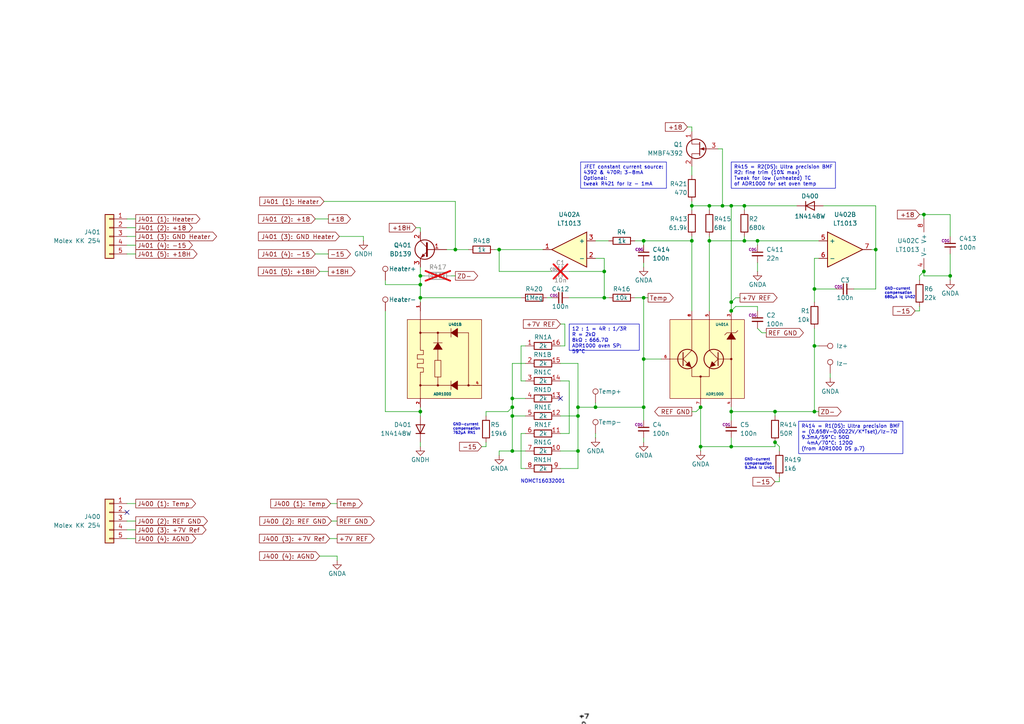
<source format=kicad_sch>
(kicad_sch (version 20231120) (generator "eeschema") (generator_version "8.0")
  (paper "A4")
  (lib_symbols
    (symbol "Connector:TestPoint" (pin_numbers hide) (pin_names (offset 0.762) hide)
      (property "Reference" "TP" (at 0 6.858 0))
      (property "Value" "TestPoint" (at 0 5.08 0))
      (symbol "TestPoint_1_1"
        (pin passive line (at 0 0 90) (length 2.54) (name "1") (number "1"))
      )
    )
    (symbol "Connector_Generic:Conn_01x05" (pin_names (offset 1.016) hide)
      (property "Reference" "J" (at 0 7.62 0))
      (property "Value" "Conn_01x05" (at 0 -7.62 0))
      (symbol "Conn_01x05_1_1"
        (pin passive line (at -5.08 5.08 0) (length 3.81) (name "Pin_1") (number "1"))
        (pin passive line (at -5.08 2.54 0) (length 3.81) (name "Pin_2") (number "2"))
        (pin passive line (at -5.08 0 0) (length 3.81) (name "Pin_3") (number "3"))
        (pin passive line (at -5.08 -2.54 0) (length 3.81) (name "Pin_4") (number "4"))
        (pin passive line (at -5.08 -5.08 0) (length 3.81) (name "Pin_5") (number "5"))
      )
    )
    (symbol "Device:C_Small" (pin_numbers hide) (pin_names (offset 0.254) hide)
      (property "Reference" "C" (at 0.254 1.778 0))
      (property "Value" "C_Small" (at 0.254 -2.032 0))
      (symbol "C_Small_1_1"
        (pin passive line (at 0 2.54 270) (length 2.032) (name "~") (number "1"))
        (pin passive line (at 0 -2.54 90) (length 2.032) (name "~") (number "2"))
      )
    )
    (symbol "Device:Opamp_Dual"
      (property "Reference" "U" (at 0 5.08 0))
      (property "Value" "Opamp_Dual" (at 0 -5.08 0))
      (symbol "Opamp_Dual_1_1"
        (pin output line (at 7.62 0 180) (length 2.54) (name "~") (number "1"))
        (pin input line (at -7.62 -2.54 0) (length 2.54) (name "-") (number "2"))
        (pin input line (at -7.62 2.54 0) (length 2.54) (name "+") (number "3"))
      )
      (symbol "Opamp_Dual_2_1"
        (pin input line (at -7.62 2.54 0) (length 2.54) (name "+") (number "5"))
        (pin input line (at -7.62 -2.54 0) (length 2.54) (name "-") (number "6"))
        (pin output line (at 7.62 0 180) (length 2.54) (name "~") (number "7"))
      )
      (symbol "Opamp_Dual_3_1"
        (pin power_in line (at -2.54 -7.62 90) (length 3.81) (name "V-") (number "4"))
        (pin power_in line (at -2.54 7.62 270) (length 3.81) (name "V+") (number "8"))
      )
    )
    (symbol "Device:Q_NPN_BCE" (pin_names (offset 0) hide)
      (property "Reference" "Q" (at 5.08 1.27 0))
      (property "Value" "Q_NPN_BCE" (at 5.08 -1.27 0))
      (symbol "Q_NPN_BCE_1_1"
        (pin input line (at -5.08 0 0) (length 5.715) (name "B") (number "1"))
        (pin passive line (at 2.54 5.08 270) (length 2.54) (name "C") (number "2"))
        (pin passive line (at 2.54 -5.08 90) (length 2.54) (name "E") (number "3"))
      )
    )
    (symbol "Device:R" (pin_numbers hide) (pin_names (offset 0))
      (property "Reference" "R" (at 2.032 0 90))
      (property "Value" "R" (at 0 0 90))
      (symbol "R_1_1"
        (pin passive line (at 0 3.81 270) (length 1.27) (name "~") (number "1"))
        (pin passive line (at 0 -3.81 90) (length 1.27) (name "~") (number "2"))
      )
    )
    (symbol "Device:R_Pack08_Split" (pin_names (offset 0) hide)
      (property "Reference" "RN1" (at 2.54 2.54 90))
      (property "Value" "1k" (at 0 1.27 90))
      (symbol "R_Pack08_Split_1_1"
        (pin passive line (at 0 -5.08 90) (length 2.54) (name "R1.1") (number "1"))
        (pin passive line (at 0 5.08 270) (length 2.54) (name "R1.2") (number "16"))
      )
      (symbol "R_Pack08_Split_2_1"
        (pin passive line (at 0 5.08 270) (length 2.54) (name "R2.2") (number "15"))
        (pin passive line (at 0 -5.08 90) (length 2.54) (name "R2.1") (number "2"))
      )
      (symbol "R_Pack08_Split_3_1"
        (pin passive line (at 0 5.08 270) (length 2.54) (name "R3.2") (number "14"))
        (pin passive line (at 0 -5.08 90) (length 2.54) (name "R3.1") (number "3"))
      )
      (symbol "R_Pack08_Split_4_1"
        (pin passive line (at 0 5.08 270) (length 2.54) (name "R4.2") (number "13"))
        (pin passive line (at 0 -5.08 90) (length 2.54) (name "R4.1") (number "4"))
      )
      (symbol "R_Pack08_Split_5_1"
        (pin passive line (at 0 5.08 270) (length 2.54) (name "R5.2") (number "12"))
        (pin passive line (at 0 -5.08 90) (length 2.54) (name "R5.1") (number "5"))
      )
      (symbol "R_Pack08_Split_6_1"
        (pin passive line (at 0 5.08 270) (length 2.54) (name "R6.2") (number "11"))
        (pin passive line (at 0 -5.08 90) (length 2.54) (name "R6.1") (number "6"))
      )
      (symbol "R_Pack08_Split_7_1"
        (pin passive line (at 0 5.08 270) (length 2.54) (name "R7.2") (number "10"))
        (pin passive line (at 0 -5.08 90) (length 2.54) (name "R7.1") (number "7"))
      )
      (symbol "R_Pack08_Split_8_1"
        (pin passive line (at 0 -5.08 90) (length 2.54) (name "R8.1") (number "8"))
        (pin passive line (at 0 5.08 270) (length 2.54) (name "R8.2") (number "9"))
      )
    )
    (symbol "Diode:1N4148W" (pin_numbers hide) (pin_names hide)
      (property "Reference" "D" (at 0 2.54 0))
      (property "Value" "1N4148W" (at 0 -2.54 0))
      (symbol "1N4148W_1_1"
        (pin passive line (at -3.81 0 0) (length 2.54) (name "K") (number "1"))
        (pin passive line (at 3.81 0 180) (length 2.54) (name "A") (number "2"))
      )
    )
    (symbol "LTZ1000A_1" (pin_names (offset 0))
      (property "Reference" "U1" (at 1.778 10.033 0))
      (property "Value" "LTZ1000A" (at -1.143 -10.287 0))
      (symbol "LTZ1000A_1_1_1"
        (pin input line (at 6.35 13.97 270) (length 2.54) (name "~") (number "3"))
        (pin input line (at 6.35 -13.97 90) (length 2.54) (name "~") (number "4"))
        (pin input line (at 0 13.97 270) (length 2.54) (name "~") (number "5"))
        (pin input line (at -13.97 0 0) (length 2.54) (name "~") (number "6"))
        (pin input line (at -2.54 -13.97 90) (length 2.54) (name "~") (number "7"))
        (pin input line (at -5.08 13.97 270) (length 2.54) (name "~") (number "8"))
      )
      (symbol "LTZ1000A_1_2_1"
        (pin input line (at -6.35 16.51 270) (length 2.54) (name "~") (number "1"))
        (pin input line (at -6.35 -13.97 90) (length 2.54) (name "~") (number "2"))
        (pin free line (at 11.43 -7.62 180) (length 2.54) (name "~") (number "4"))
      )
    )
    (symbol "LTZ1000A_2" (pin_names (offset 0))
      (property "Reference" "U1" (at 1.778 10.033 0))
      (property "Value" "LTZ1000A" (at -1.143 -10.287 0))
      (symbol "LTZ1000A_2_1_1"
        (pin input line (at 6.35 13.97 270) (length 2.54) (name "~") (number "3"))
        (pin input line (at 6.35 -13.97 90) (length 2.54) (name "~") (number "4"))
        (pin input line (at 0 13.97 270) (length 2.54) (name "~") (number "5"))
        (pin input line (at -13.97 0 0) (length 2.54) (name "~") (number "6"))
        (pin input line (at -2.54 -13.97 90) (length 2.54) (name "~") (number "7"))
        (pin input line (at -5.08 13.97 270) (length 2.54) (name "~") (number "8"))
      )
      (symbol "LTZ1000A_2_2_1"
        (pin input line (at -6.35 16.51 270) (length 2.54) (name "~") (number "1"))
        (pin input line (at -6.35 -13.97 90) (length 2.54) (name "~") (number "2"))
        (pin free line (at 11.43 -7.62 180) (length 2.54) (name "~") (number "4"))
      )
    )
    (symbol "R_Pack08_Split_1" (pin_names (offset 0) hide)
      (property "Reference" "RN1" (at 2.54 2.54 90))
      (property "Value" "1k" (at 0 1.27 90))
      (symbol "R_Pack08_Split_1_1_1"
        (pin passive line (at 0 -5.08 90) (length 2.54) (name "R1.1") (number "1"))
        (pin passive line (at 0 5.08 270) (length 2.54) (name "R1.2") (number "16"))
      )
      (symbol "R_Pack08_Split_1_2_1"
        (pin passive line (at 0 5.08 270) (length 2.54) (name "R2.2") (number "15"))
        (pin passive line (at 0 -5.08 90) (length 2.54) (name "R2.1") (number "2"))
      )
      (symbol "R_Pack08_Split_1_3_1"
        (pin passive line (at 0 5.08 270) (length 2.54) (name "R3.2") (number "14"))
        (pin passive line (at 0 -5.08 90) (length 2.54) (name "R3.1") (number "3"))
      )
      (symbol "R_Pack08_Split_1_4_1"
        (pin passive line (at 0 5.08 270) (length 2.54) (name "R4.2") (number "13"))
        (pin passive line (at 0 -5.08 90) (length 2.54) (name "R4.1") (number "4"))
      )
      (symbol "R_Pack08_Split_1_5_1"
        (pin passive line (at 0 5.08 270) (length 2.54) (name "R5.2") (number "12"))
        (pin passive line (at 0 -5.08 90) (length 2.54) (name "R5.1") (number "5"))
      )
      (symbol "R_Pack08_Split_1_6_1"
        (pin passive line (at 0 5.08 270) (length 2.54) (name "R6.2") (number "11"))
        (pin passive line (at 0 -5.08 90) (length 2.54) (name "R6.1") (number "6"))
      )
      (symbol "R_Pack08_Split_1_7_1"
        (pin passive line (at 0 5.08 270) (length 2.54) (name "R7.2") (number "10"))
        (pin passive line (at 0 -5.08 90) (length 2.54) (name "R7.1") (number "7"))
      )
      (symbol "R_Pack08_Split_1_8_1"
        (pin passive line (at 0 -5.08 90) (length 2.54) (name "R8.1") (number "8"))
        (pin passive line (at 0 5.08 270) (length 2.54) (name "R8.2") (number "9"))
      )
    )
    (symbol "R_Pack08_Split_2" (pin_names (offset 0) hide)
      (property "Reference" "RN1" (at 2.54 2.54 90))
      (property "Value" "1k" (at 0 1.27 90))
      (symbol "R_Pack08_Split_2_1_1"
        (pin passive line (at 0 -5.08 90) (length 2.54) (name "R1.1") (number "1"))
        (pin passive line (at 0 5.08 270) (length 2.54) (name "R1.2") (number "16"))
      )
      (symbol "R_Pack08_Split_2_2_1"
        (pin passive line (at 0 5.08 270) (length 2.54) (name "R2.2") (number "15"))
        (pin passive line (at 0 -5.08 90) (length 2.54) (name "R2.1") (number "2"))
      )
      (symbol "R_Pack08_Split_2_3_1"
        (pin passive line (at 0 5.08 270) (length 2.54) (name "R3.2") (number "14"))
        (pin passive line (at 0 -5.08 90) (length 2.54) (name "R3.1") (number "3"))
      )
      (symbol "R_Pack08_Split_2_4_1"
        (pin passive line (at 0 5.08 270) (length 2.54) (name "R4.2") (number "13"))
        (pin passive line (at 0 -5.08 90) (length 2.54) (name "R4.1") (number "4"))
      )
      (symbol "R_Pack08_Split_2_5_1"
        (pin passive line (at 0 5.08 270) (length 2.54) (name "R5.2") (number "12"))
        (pin passive line (at 0 -5.08 90) (length 2.54) (name "R5.1") (number "5"))
      )
      (symbol "R_Pack08_Split_2_6_1"
        (pin passive line (at 0 5.08 270) (length 2.54) (name "R6.2") (number "11"))
        (pin passive line (at 0 -5.08 90) (length 2.54) (name "R6.1") (number "6"))
      )
      (symbol "R_Pack08_Split_2_7_1"
        (pin passive line (at 0 5.08 270) (length 2.54) (name "R7.2") (number "10"))
        (pin passive line (at 0 -5.08 90) (length 2.54) (name "R7.1") (number "7"))
      )
      (symbol "R_Pack08_Split_2_8_1"
        (pin passive line (at 0 -5.08 90) (length 2.54) (name "R8.1") (number "8"))
        (pin passive line (at 0 5.08 270) (length 2.54) (name "R8.2") (number "9"))
      )
    )
    (symbol "R_Pack08_Split_3" (pin_names (offset 0) hide)
      (property "Reference" "RN1" (at 2.54 2.54 90))
      (property "Value" "1k" (at 0 1.27 90))
      (symbol "R_Pack08_Split_3_1_1"
        (pin passive line (at 0 -5.08 90) (length 2.54) (name "R1.1") (number "1"))
        (pin passive line (at 0 5.08 270) (length 2.54) (name "R1.2") (number "16"))
      )
      (symbol "R_Pack08_Split_3_2_1"
        (pin passive line (at 0 5.08 270) (length 2.54) (name "R2.2") (number "15"))
        (pin passive line (at 0 -5.08 90) (length 2.54) (name "R2.1") (number "2"))
      )
      (symbol "R_Pack08_Split_3_3_1"
        (pin passive line (at 0 5.08 270) (length 2.54) (name "R3.2") (number "14"))
        (pin passive line (at 0 -5.08 90) (length 2.54) (name "R3.1") (number "3"))
      )
      (symbol "R_Pack08_Split_3_4_1"
        (pin passive line (at 0 5.08 270) (length 2.54) (name "R4.2") (number "13"))
        (pin passive line (at 0 -5.08 90) (length 2.54) (name "R4.1") (number "4"))
      )
      (symbol "R_Pack08_Split_3_5_1"
        (pin passive line (at 0 5.08 270) (length 2.54) (name "R5.2") (number "12"))
        (pin passive line (at 0 -5.08 90) (length 2.54) (name "R5.1") (number "5"))
      )
      (symbol "R_Pack08_Split_3_6_1"
        (pin passive line (at 0 5.08 270) (length 2.54) (name "R6.2") (number "11"))
        (pin passive line (at 0 -5.08 90) (length 2.54) (name "R6.1") (number "6"))
      )
      (symbol "R_Pack08_Split_3_7_1"
        (pin passive line (at 0 5.08 270) (length 2.54) (name "R7.2") (number "10"))
        (pin passive line (at 0 -5.08 90) (length 2.54) (name "R7.1") (number "7"))
      )
      (symbol "R_Pack08_Split_3_8_1"
        (pin passive line (at 0 -5.08 90) (length 2.54) (name "R8.1") (number "8"))
        (pin passive line (at 0 5.08 270) (length 2.54) (name "R8.2") (number "9"))
      )
    )
    (symbol "R_Pack08_Split_4" (pin_names (offset 0) hide)
      (property "Reference" "RN1" (at 2.54 2.54 90))
      (property "Value" "1k" (at 0 1.27 90))
      (symbol "R_Pack08_Split_4_1_1"
        (pin passive line (at 0 -5.08 90) (length 2.54) (name "R1.1") (number "1"))
        (pin passive line (at 0 5.08 270) (length 2.54) (name "R1.2") (number "16"))
      )
      (symbol "R_Pack08_Split_4_2_1"
        (pin passive line (at 0 5.08 270) (length 2.54) (name "R2.2") (number "15"))
        (pin passive line (at 0 -5.08 90) (length 2.54) (name "R2.1") (number "2"))
      )
      (symbol "R_Pack08_Split_4_3_1"
        (pin passive line (at 0 5.08 270) (length 2.54) (name "R3.2") (number "14"))
        (pin passive line (at 0 -5.08 90) (length 2.54) (name "R3.1") (number "3"))
      )
      (symbol "R_Pack08_Split_4_4_1"
        (pin passive line (at 0 5.08 270) (length 2.54) (name "R4.2") (number "13"))
        (pin passive line (at 0 -5.08 90) (length 2.54) (name "R4.1") (number "4"))
      )
      (symbol "R_Pack08_Split_4_5_1"
        (pin passive line (at 0 5.08 270) (length 2.54) (name "R5.2") (number "12"))
        (pin passive line (at 0 -5.08 90) (length 2.54) (name "R5.1") (number "5"))
      )
      (symbol "R_Pack08_Split_4_6_1"
        (pin passive line (at 0 5.08 270) (length 2.54) (name "R6.2") (number "11"))
        (pin passive line (at 0 -5.08 90) (length 2.54) (name "R6.1") (number "6"))
      )
      (symbol "R_Pack08_Split_4_7_1"
        (pin passive line (at 0 5.08 270) (length 2.54) (name "R7.2") (number "10"))
        (pin passive line (at 0 -5.08 90) (length 2.54) (name "R7.1") (number "7"))
      )
      (symbol "R_Pack08_Split_4_8_1"
        (pin passive line (at 0 -5.08 90) (length 2.54) (name "R8.1") (number "8"))
        (pin passive line (at 0 5.08 270) (length 2.54) (name "R8.2") (number "9"))
      )
    )
    (symbol "R_Pack08_Split_5" (pin_names (offset 0) hide)
      (property "Reference" "RN1" (at 2.54 2.54 90))
      (property "Value" "1k" (at 0 1.27 90))
      (symbol "R_Pack08_Split_5_1_1"
        (pin passive line (at 0 -5.08 90) (length 2.54) (name "R1.1") (number "1"))
        (pin passive line (at 0 5.08 270) (length 2.54) (name "R1.2") (number "16"))
      )
      (symbol "R_Pack08_Split_5_2_1"
        (pin passive line (at 0 5.08 270) (length 2.54) (name "R2.2") (number "15"))
        (pin passive line (at 0 -5.08 90) (length 2.54) (name "R2.1") (number "2"))
      )
      (symbol "R_Pack08_Split_5_3_1"
        (pin passive line (at 0 5.08 270) (length 2.54) (name "R3.2") (number "14"))
        (pin passive line (at 0 -5.08 90) (length 2.54) (name "R3.1") (number "3"))
      )
      (symbol "R_Pack08_Split_5_4_1"
        (pin passive line (at 0 5.08 270) (length 2.54) (name "R4.2") (number "13"))
        (pin passive line (at 0 -5.08 90) (length 2.54) (name "R4.1") (number "4"))
      )
      (symbol "R_Pack08_Split_5_5_1"
        (pin passive line (at 0 5.08 270) (length 2.54) (name "R5.2") (number "12"))
        (pin passive line (at 0 -5.08 90) (length 2.54) (name "R5.1") (number "5"))
      )
      (symbol "R_Pack08_Split_5_6_1"
        (pin passive line (at 0 5.08 270) (length 2.54) (name "R6.2") (number "11"))
        (pin passive line (at 0 -5.08 90) (length 2.54) (name "R6.1") (number "6"))
      )
      (symbol "R_Pack08_Split_5_7_1"
        (pin passive line (at 0 5.08 270) (length 2.54) (name "R7.2") (number "10"))
        (pin passive line (at 0 -5.08 90) (length 2.54) (name "R7.1") (number "7"))
      )
      (symbol "R_Pack08_Split_5_8_1"
        (pin passive line (at 0 -5.08 90) (length 2.54) (name "R8.1") (number "8"))
        (pin passive line (at 0 5.08 270) (length 2.54) (name "R8.2") (number "9"))
      )
    )
    (symbol "R_Pack08_Split_6" (pin_names (offset 0) hide)
      (property "Reference" "RN1" (at 2.54 2.54 90))
      (property "Value" "1k" (at 0 1.27 90))
      (symbol "R_Pack08_Split_6_1_1"
        (pin passive line (at 0 -5.08 90) (length 2.54) (name "R1.1") (number "1"))
        (pin passive line (at 0 5.08 270) (length 2.54) (name "R1.2") (number "16"))
      )
      (symbol "R_Pack08_Split_6_2_1"
        (pin passive line (at 0 5.08 270) (length 2.54) (name "R2.2") (number "15"))
        (pin passive line (at 0 -5.08 90) (length 2.54) (name "R2.1") (number "2"))
      )
      (symbol "R_Pack08_Split_6_3_1"
        (pin passive line (at 0 5.08 270) (length 2.54) (name "R3.2") (number "14"))
        (pin passive line (at 0 -5.08 90) (length 2.54) (name "R3.1") (number "3"))
      )
      (symbol "R_Pack08_Split_6_4_1"
        (pin passive line (at 0 5.08 270) (length 2.54) (name "R4.2") (number "13"))
        (pin passive line (at 0 -5.08 90) (length 2.54) (name "R4.1") (number "4"))
      )
      (symbol "R_Pack08_Split_6_5_1"
        (pin passive line (at 0 5.08 270) (length 2.54) (name "R5.2") (number "12"))
        (pin passive line (at 0 -5.08 90) (length 2.54) (name "R5.1") (number "5"))
      )
      (symbol "R_Pack08_Split_6_6_1"
        (pin passive line (at 0 5.08 270) (length 2.54) (name "R6.2") (number "11"))
        (pin passive line (at 0 -5.08 90) (length 2.54) (name "R6.1") (number "6"))
      )
      (symbol "R_Pack08_Split_6_7_1"
        (pin passive line (at 0 5.08 270) (length 2.54) (name "R7.2") (number "10"))
        (pin passive line (at 0 -5.08 90) (length 2.54) (name "R7.1") (number "7"))
      )
      (symbol "R_Pack08_Split_6_8_1"
        (pin passive line (at 0 -5.08 90) (length 2.54) (name "R8.1") (number "8"))
        (pin passive line (at 0 5.08 270) (length 2.54) (name "R8.2") (number "9"))
      )
    )
    (symbol "R_Pack08_Split_7" (pin_names (offset 0) hide)
      (property "Reference" "RN1" (at 2.54 2.54 90))
      (property "Value" "1k" (at 0 1.27 90))
      (symbol "R_Pack08_Split_7_1_1"
        (pin passive line (at 0 -5.08 90) (length 2.54) (name "R1.1") (number "1"))
        (pin passive line (at 0 5.08 270) (length 2.54) (name "R1.2") (number "16"))
      )
      (symbol "R_Pack08_Split_7_2_1"
        (pin passive line (at 0 5.08 270) (length 2.54) (name "R2.2") (number "15"))
        (pin passive line (at 0 -5.08 90) (length 2.54) (name "R2.1") (number "2"))
      )
      (symbol "R_Pack08_Split_7_3_1"
        (pin passive line (at 0 5.08 270) (length 2.54) (name "R3.2") (number "14"))
        (pin passive line (at 0 -5.08 90) (length 2.54) (name "R3.1") (number "3"))
      )
      (symbol "R_Pack08_Split_7_4_1"
        (pin passive line (at 0 5.08 270) (length 2.54) (name "R4.2") (number "13"))
        (pin passive line (at 0 -5.08 90) (length 2.54) (name "R4.1") (number "4"))
      )
      (symbol "R_Pack08_Split_7_5_1"
        (pin passive line (at 0 5.08 270) (length 2.54) (name "R5.2") (number "12"))
        (pin passive line (at 0 -5.08 90) (length 2.54) (name "R5.1") (number "5"))
      )
      (symbol "R_Pack08_Split_7_6_1"
        (pin passive line (at 0 5.08 270) (length 2.54) (name "R6.2") (number "11"))
        (pin passive line (at 0 -5.08 90) (length 2.54) (name "R6.1") (number "6"))
      )
      (symbol "R_Pack08_Split_7_7_1"
        (pin passive line (at 0 5.08 270) (length 2.54) (name "R7.2") (number "10"))
        (pin passive line (at 0 -5.08 90) (length 2.54) (name "R7.1") (number "7"))
      )
      (symbol "R_Pack08_Split_7_8_1"
        (pin passive line (at 0 -5.08 90) (length 2.54) (name "R8.1") (number "8"))
        (pin passive line (at 0 5.08 270) (length 2.54) (name "R8.2") (number "9"))
      )
    )
    (symbol "Transistor_FET:MMBF4392" (pin_names hide)
      (property "Reference" "Q" (at 5.08 1.905 0))
      (property "Value" "MMBF4392" (at 5.08 0 0))
      (symbol "MMBF4392_1_1"
        (pin passive line (at 2.54 5.08 270) (length 2.54) (name "D") (number "1"))
        (pin passive line (at 2.54 -5.08 90) (length 2.54) (name "S") (number "2"))
        (pin input line (at -5.08 0 0) (length 2.54) (name "G") (number "3"))
      )
    )
    (symbol "power:GNDA" (power) (pin_numbers hide) (pin_names (offset 0) hide)
      (property "Value" "GNDA" (at 0 -3.81 0))
      (symbol "GNDA_1_1"
        (pin power_in line (at 0 0 270) (length 0) (name "~") (number "1"))
      )
    )
    (symbol "power:GNDS" (power) (pin_numbers hide) (pin_names (offset 0) hide)
      (property "Value" "GNDS" (at 0 -3.81 0))
      (symbol "GNDS_1_1"
        (pin power_in line (at 0 0 270) (length 0) (name "~") (number "1"))
      )
    )
  )
  (junction (at 200.66 69.85))
  (junction (at 167.64 118.11))
  (junction (at 148.59 120.65))
  (junction (at 209.55 59.69))
  (junction (at 121.92 80.01))
  (junction (at 212.09 59.69))
  (junction (at 148.59 118.11))
  (junction (at 167.64 130.81))
  (junction (at 212.09 129.54))
  (junction (at 121.92 82.55))
  (junction (at 186.69 86.36))
  (junction (at 236.22 83.82))
  (junction (at 267.97 78.74))
  (junction (at 200.66 59.69))
  (junction (at 186.69 69.85))
  (junction (at 186.69 104.14))
  (junction (at 132.08 72.39))
  (junction (at 175.26 86.36))
  (junction (at 267.97 62.23))
  (junction (at 212.09 87.63))
  (junction (at 144.78 72.39))
  (junction (at 212.09 119.38))
  (junction (at 121.92 119.38))
  (junction (at 205.74 59.69))
  (junction (at 172.72 118.11))
  (junction (at 254 72.39))
  (junction (at 215.9 59.69))
  (junction (at 167.64 120.65))
  (junction (at 148.59 115.57))
  (junction (at 175.26 78.74))
  (junction (at 219.71 69.85))
  (junction (at 186.69 118.11))
  (junction (at 148.59 130.81))
  (junction (at 224.79 119.38))
  (junction (at 215.9 69.85))
  (junction (at 212.09 90.17))
  (junction (at 203.2 129.54))
  (junction (at 236.22 119.38))
  (junction (at 236.22 100.33))
  (junction (at 205.74 69.85))
  (junction (at 203.2 118.11))
  (junction (at 275.59 80.01))
  (junction (at 224.79 128.27))
  (junction (at 121.92 86.36))
  (no_connect (at 162.56 115.57))
  (no_connect (at 36.83 148.59))
  (wire (pts (xy 203.2 129.54) (xy 203.2 130.81)))
  (wire (pts (xy 236.22 95.25) (xy 236.22 100.33)))
  (wire (pts (xy 143.51 72.39) (xy 144.78 72.39)))
  (wire (pts (xy 144.78 78.74) (xy 160.02 78.74)))
  (wire (pts (xy 91.44 73.66) (xy 95.25 73.66)))
  (wire (pts (xy 111.76 90.17) (xy 111.76 119.38)))
  (wire (pts (xy 148.59 105.41) (xy 152.4 105.41)))
  (wire (pts (xy 165.1 86.36) (xy 175.26 86.36)))
  (wire (pts (xy 184.15 86.36) (xy 186.69 86.36)))
  (wire (pts (xy 172.72 118.11) (xy 186.69 118.11)))
  (wire (pts (xy 148.59 115.57) (xy 152.4 115.57)))
  (wire (pts (xy 219.71 88.9) (xy 219.71 90.17)))
  (wire (pts (xy 200.66 36.83) (xy 200.66 38.1)))
  (wire (pts (xy 95.885 146.05) (xy 97.79 146.05)))
  (wire (pts (xy 226.06 138.43) (xy 226.06 139.7)))
  (wire (pts (xy 219.71 69.85) (xy 237.49 69.85)))
  (wire (pts (xy 162.56 120.65) (xy 167.64 120.65)))
  (wire (pts (xy 219.71 69.85) (xy 215.9 69.85)))
  (wire (pts (xy 205.74 59.69) (xy 209.55 59.69)))
  (wire (pts (xy 236.22 74.93) (xy 236.22 83.82)))
  (wire (pts (xy 205.74 69.85) (xy 215.9 69.85)))
  (wire (pts (xy 254 83.82) (xy 247.65 83.82)))
  (wire (pts (xy 266.7 80.01) (xy 267.97 78.74)))
  (wire (pts (xy 151.13 135.89) (xy 152.4 135.89)))
  (wire (pts (xy 220.98 96.52) (xy 219.71 95.25)))
  (wire (pts (xy 121.92 128.27) (xy 121.92 129.54)))
  (wire (pts (xy 240.792 108.331) (xy 240.792 109.601)))
  (wire (pts (xy 186.69 118.11) (xy 186.69 121.92)))
  (wire (pts (xy 162.56 130.81) (xy 167.64 130.81)))
  (wire (pts (xy 167.64 105.41) (xy 167.64 118.11)))
  (wire (pts (xy 237.49 100.33) (xy 236.22 100.33)))
  (wire (pts (xy 162.56 135.89) (xy 167.64 135.89)))
  (wire (pts (xy 165.1 110.49) (xy 165.1 125.73)))
  (wire (pts (xy 140.97 119.38) (xy 147.32 119.38)))
  (wire (pts (xy 140.97 128.27) (xy 140.97 129.54)))
  (wire (pts (xy 148.59 120.65) (xy 148.59 130.81)))
  (wire (pts (xy 167.64 118.11) (xy 172.72 118.11)))
  (wire (pts (xy 224.79 128.27) (xy 224.79 129.54)))
  (wire (pts (xy 151.13 125.73) (xy 152.4 125.73)))
  (wire (pts (xy 172.72 116.84) (xy 172.72 118.11)))
  (wire (pts (xy 275.59 80.01) (xy 275.59 81.28)))
  (wire (pts (xy 105.41 68.58) (xy 105.41 69.85)))
  (wire (pts (xy 212.09 119.38) (xy 212.09 121.92)))
  (wire (pts (xy 132.08 72.39) (xy 135.89 72.39)))
  (wire (pts (xy 212.09 129.54) (xy 203.2 129.54)))
  (wire (pts (xy 208.28 43.18) (xy 209.55 43.18)))
  (wire (pts (xy 275.59 62.23) (xy 275.59 68.58)))
  (wire (pts (xy 151.13 110.49) (xy 152.4 110.49)))
  (wire (pts (xy 167.64 130.81) (xy 167.64 135.89)))
  (wire (pts (xy 132.08 58.42) (xy 93.98 58.42)))
  (wire (pts (xy 205.74 68.58) (xy 205.74 69.85)))
  (wire (pts (xy 98.425 68.58) (xy 105.41 68.58)))
  (wire (pts (xy 226.06 129.54) (xy 226.06 130.81)))
  (wire (pts (xy 236.22 83.82) (xy 242.57 83.82)))
  (wire (pts (xy 148.59 118.11) (xy 148.59 120.65)))
  (wire (pts (xy 97.79 162.56) (xy 97.79 161.29)))
  (wire (pts (xy 132.08 58.42) (xy 132.08 72.39)))
  (wire (pts (xy 175.26 74.93) (xy 175.26 78.74)))
  (wire (pts (xy 224.79 139.7) (xy 226.06 139.7)))
  (wire (pts (xy 39.37 68.58) (xy 36.83 68.58)))
  (wire (pts (xy 200.66 59.69) (xy 205.74 59.69)))
  (wire (pts (xy 158.75 86.36) (xy 160.02 86.36)))
  (wire (pts (xy 163.83 100.33) (xy 162.56 100.33)))
  (wire (pts (xy 200.66 48.26) (xy 200.66 50.8)))
  (wire (pts (xy 212.09 59.69) (xy 215.9 59.69)))
  (wire (pts (xy 167.64 118.11) (xy 167.64 120.65)))
  (wire (pts (xy 91.44 63.5) (xy 95.25 63.5)))
  (wire (pts (xy 212.09 87.63) (xy 212.09 90.17)))
  (wire (pts (xy 39.37 146.05) (xy 36.83 146.05)))
  (wire (pts (xy 275.59 80.01) (xy 267.97 80.01)))
  (wire (pts (xy 39.37 73.66) (xy 36.83 73.66)))
  (wire (pts (xy 121.92 66.04) (xy 121.92 67.31)))
  (wire (pts (xy 148.59 130.81) (xy 152.4 130.81)))
  (wire (pts (xy 144.78 72.39) (xy 157.48 72.39)))
  (wire (pts (xy 213.36 86.36) (xy 212.09 87.63)))
  (wire (pts (xy 162.56 93.98) (xy 163.83 93.98)))
  (wire (pts (xy 175.26 86.36) (xy 176.53 86.36)))
  (wire (pts (xy 199.39 36.83) (xy 200.66 36.83)))
  (wire (pts (xy 200.66 119.38) (xy 201.93 119.38)))
  (wire (pts (xy 165.1 78.74) (xy 175.26 78.74)))
  (wire (pts (xy 92.71 78.74) (xy 95.25 78.74)))
  (wire (pts (xy 172.72 125.73) (xy 172.72 127)))
  (wire (pts (xy 152.4 100.33) (xy 151.13 100.33)))
  (wire (pts (xy 200.66 69.85) (xy 200.66 90.17)))
  (wire (pts (xy 205.74 69.85) (xy 205.74 90.17)))
  (wire (pts (xy 121.92 120.65) (xy 121.92 119.38)))
  (wire (pts (xy 212.09 127) (xy 212.09 129.54)))
  (wire (pts (xy 236.22 83.82) (xy 236.22 87.63)))
  (wire (pts (xy 96.139 151.13) (xy 97.79 151.13)))
  (wire (pts (xy 39.37 63.5) (xy 36.83 63.5)))
  (wire (pts (xy 200.66 59.69) (xy 200.66 60.96)))
  (wire (pts (xy 200.66 58.42) (xy 200.66 59.69)))
  (wire (pts (xy 215.9 59.69) (xy 215.9 60.96)))
  (wire (pts (xy 212.09 119.38) (xy 224.79 119.38)))
  (wire (pts (xy 144.78 130.81) (xy 148.59 130.81)))
  (wire (pts (xy 213.36 86.36) (xy 214.63 86.36)))
  (wire (pts (xy 162.56 125.73) (xy 165.1 125.73)))
  (wire (pts (xy 219.71 69.85) (xy 219.71 71.12)))
  (wire (pts (xy 163.83 93.98) (xy 163.83 100.33)))
  (wire (pts (xy 238.76 59.69) (xy 254 59.69)))
  (wire (pts (xy 236.22 100.33) (xy 236.22 119.38)))
  (wire (pts (xy 139.7 129.54) (xy 140.97 129.54)))
  (wire (pts (xy 121.92 119.38) (xy 121.92 118.11)))
  (wire (pts (xy 121.92 86.36) (xy 151.13 86.36)))
  (wire (pts (xy 148.59 105.41) (xy 148.59 115.57)))
  (wire (pts (xy 111.76 119.38) (xy 121.92 119.38)))
  (wire (pts (xy 212.09 59.69) (xy 212.09 87.63)))
  (wire (pts (xy 121.92 80.01) (xy 121.92 82.55)))
  (wire (pts (xy 39.37 151.13) (xy 36.83 151.13)))
  (wire (pts (xy 275.59 73.66) (xy 275.59 80.01)))
  (wire (pts (xy 186.69 69.85) (xy 186.69 71.12)))
  (wire (pts (xy 200.66 68.58) (xy 200.66 69.85)))
  (wire (pts (xy 220.98 96.52) (xy 222.25 96.52)))
  (wire (pts (xy 215.9 59.69) (xy 231.14 59.69)))
  (wire (pts (xy 267.97 62.23) (xy 267.97 63.5)))
  (wire (pts (xy 186.69 104.14) (xy 191.77 104.14)))
  (wire (pts (xy 265.43 90.17) (xy 266.7 90.17)))
  (wire (pts (xy 266.7 88.9) (xy 266.7 90.17)))
  (wire (pts (xy 121.92 86.36) (xy 121.92 87.63)))
  (wire (pts (xy 130.81 80.01) (xy 132.08 80.01)))
  (wire (pts (xy 140.97 119.38) (xy 140.97 120.65)))
  (wire (pts (xy 254 72.39) (xy 252.73 72.39)))
  (wire (pts (xy 209.55 59.69) (xy 212.09 59.69)))
  (wire (pts (xy 172.72 69.85) (xy 176.53 69.85)))
  (wire (pts (xy 147.32 119.38) (xy 148.59 118.11)))
  (wire (pts (xy 95.631 156.21) (xy 97.79 156.21)))
  (wire (pts (xy 172.72 74.93) (xy 175.26 74.93)))
  (wire (pts (xy 213.36 88.9) (xy 212.09 90.17)))
  (wire (pts (xy 39.37 156.21) (xy 36.83 156.21)))
  (wire (pts (xy 148.59 120.65) (xy 152.4 120.65)))
  (wire (pts (xy 148.59 115.57) (xy 148.59 118.11)))
  (wire (pts (xy 144.78 130.81) (xy 144.78 132.08)))
  (wire (pts (xy 219.71 76.2) (xy 219.71 78.74)))
  (wire (pts (xy 186.69 104.14) (xy 186.69 86.36)))
  (wire (pts (xy 212.09 118.11) (xy 212.09 119.38)))
  (wire (pts (xy 224.79 119.38) (xy 224.79 120.65)))
  (wire (pts (xy 123.19 80.01) (xy 121.92 80.01)))
  (wire (pts (xy 39.37 66.04) (xy 36.83 66.04)))
  (wire (pts (xy 111.76 82.55) (xy 121.92 82.55)))
  (wire (pts (xy 39.37 71.12) (xy 36.83 71.12)))
  (wire (pts (xy 39.37 153.67) (xy 36.83 153.67)))
  (wire (pts (xy 129.54 72.39) (xy 132.08 72.39)))
  (wire (pts (xy 212.09 129.54) (xy 224.79 129.54)))
  (wire (pts (xy 186.69 127) (xy 186.69 128.27)))
  (wire (pts (xy 254 59.69) (xy 254 72.39)))
  (wire (pts (xy 167.64 120.65) (xy 167.64 130.81)))
  (wire (pts (xy 144.78 72.39) (xy 144.78 78.74)))
  (wire (pts (xy 162.56 110.49) (xy 165.1 110.49)))
  (wire (pts (xy 111.76 81.28) (xy 111.76 82.55)))
  (wire (pts (xy 184.15 69.85) (xy 186.69 69.85)))
  (wire (pts (xy 236.22 74.93) (xy 237.49 74.93)))
  (wire (pts (xy 186.69 104.14) (xy 186.69 118.11)))
  (wire (pts (xy 187.96 86.36) (xy 186.69 86.36)))
  (wire (pts (xy 92.71 161.29) (xy 97.79 161.29)))
  (wire (pts (xy 203.2 118.11) (xy 203.2 129.54)))
  (wire (pts (xy 236.22 119.38) (xy 237.49 119.38)))
  (wire (pts (xy 205.74 59.69) (xy 205.74 60.96)))
  (wire (pts (xy 121.92 82.55) (xy 121.92 86.36)))
  (wire (pts (xy 213.36 88.9) (xy 219.71 88.9)))
  (wire (pts (xy 266.7 62.23) (xy 267.97 62.23)))
  (wire (pts (xy 186.69 69.85) (xy 200.66 69.85)))
  (wire (pts (xy 224.79 119.38) (xy 236.22 119.38)))
  (wire (pts (xy 121.92 77.47) (xy 121.92 80.01)))
  (wire (pts (xy 254 72.39) (xy 254 83.82)))
  (wire (pts (xy 224.79 128.27) (xy 226.06 129.54)))
  (wire (pts (xy 267.97 78.74) (xy 267.97 80.01)))
  (wire (pts (xy 162.56 105.41) (xy 167.64 105.41)))
  (wire (pts (xy 215.9 68.58) (xy 215.9 69.85)))
  (wire (pts (xy 201.93 119.38) (xy 203.2 118.11)))
  (wire (pts (xy 151.13 100.33) (xy 151.13 110.49)))
  (wire (pts (xy 151.13 125.73) (xy 151.13 135.89)))
  (wire (pts (xy 267.97 62.23) (xy 275.59 62.23)))
  (wire (pts (xy 266.7 80.01) (xy 266.7 81.28)))
  (wire (pts (xy 175.26 78.74) (xy 175.26 86.36)))
  (wire (pts (xy 186.69 76.2) (xy 186.69 77.47)))
  (wire (pts (xy 209.55 43.18) (xy 209.55 59.69)))
  (wire (pts (xy 120.65 66.04) (xy 121.92 66.04)))
  (image (at 148.59 277.114) (scale 1.96742))
  (text_box "12 : 1 = 4R : 1/3R\nR = 2kΩ\n8kΩ : 666.7Ω\nADR1000 oven SP: 59°C" (at 165.1 93.98 0) (size 20.32 7.62) (effects (font (size 1.016 1.016)) (justify left top)))
  (text_box "R414 = R1(DS): Ultra precision BMF\n= (0.658V-0.0022V/K*Tset)/Iz-7Ω\n9.3mA/59°C: 50Ω\n  4mA/70°C: 120Ω\n(from ADR1000 DS p.7)" (at 231.648 122.174 0) (size 30.226 9.398) (effects (font (size 1.016 1.016)) (justify left top)))
  (text_box "JFET constant current source:\n4392 & 470R: 3-8mA\nOptional:\ntweak R421 for Iz - 1mA" (at 168.402 46.99 0) (size 24.892 7.62) (effects (font (size 1.016 1.016)) (justify left top)))
  (text_box "R415 = R2(DS): Ultra precision BMF\nR2: fine trim (10% max)\nTweak for low (unheated) TC\nof ADR1000 for set oven temp" (at 212.09 46.99 0) (size 30.226 7.62) (effects (font (size 1.016 1.016)) (justify left top)))
  (text "GND-current\ncompensation\n762µA RN1" (at 131.318 124.46 0) (effects (font (size 0.762 0.762)) (justify left)))
  (text "NOMCT16032001" (at 157.48 139.7 0) (effects (font (size 1.016 1.016))))
  (text "GND-current\ncompensation\n9.3mA Iz U401" (at 215.9 134.62 0) (effects (font (size 0.762 0.762)) (justify left)))
  (text "GND-current\ncompensation\n680µA Iq U402" (at 256.54 85.09 0) (effects (font (size 0.762 0.762)) (justify left)))
  (global_label "+18H" (shape input) (at 120.65 66.04 180) (property "Intersheetrefs" "${INTERSHEET_REFS}" (effects (hide yes))))
  (global_label "J400 (1): Temp" (shape input) (at 95.885 146.05 180) (property "Intersheetrefs" "${INTERSHEET_REFS}" (effects (hide yes))))
  (global_label "J400 (4): AGND" (shape output) (at 39.37 156.21 0) (property "Intersheetrefs" "${INTERSHEET_REFS}" (effects (hide yes))))
  (global_label "J401 (1): Heater" (shape input) (at 93.98 58.42 180) (property "Intersheetrefs" "${INTERSHEET_REFS}" (effects (hide yes))))
  (global_label "+7V REF" (shape output) (at 97.79 156.21 0) (property "Intersheetrefs" "${INTERSHEET_REFS}" (effects (hide yes))))
  (global_label "J401 (2): +18" (shape input) (at 91.44 63.5 180) (property "Intersheetrefs" "${INTERSHEET_REFS}" (effects (hide yes))))
  (global_label "J400 (1): Temp" (shape output) (at 39.37 146.05 0) (property "Intersheetrefs" "${INTERSHEET_REFS}" (effects (hide yes))))
  (global_label "+18" (shape output) (at 95.25 63.5 0) (property "Intersheetrefs" "${INTERSHEET_REFS}" (effects (hide yes))))
  (global_label "-15" (shape output) (at 95.25 73.66 0) (property "Intersheetrefs" "${INTERSHEET_REFS}" (effects (hide yes))))
  (global_label "REF GND" (shape output) (at 222.25 96.52 0) (property "Intersheetrefs" "${INTERSHEET_REFS}" (effects (hide yes))))
  (global_label "REF GND" (shape output) (at 97.79 151.13 0) (property "Intersheetrefs" "${INTERSHEET_REFS}" (effects (hide yes))))
  (global_label "ZD-" (shape output) (at 237.49 119.38 0) (property "Intersheetrefs" "${INTERSHEET_REFS}" (effects (hide yes))))
  (global_label "J401 (3): GND Heater" (shape output) (at 39.37 68.58 0) (property "Intersheetrefs" "${INTERSHEET_REFS}" (effects (hide yes))))
  (global_label "+18H" (shape output) (at 95.25 78.74 0) (property "Intersheetrefs" "${INTERSHEET_REFS}" (effects (hide yes))))
  (global_label "-15" (shape input) (at 139.7 129.54 180) (property "Intersheetrefs" "${INTERSHEET_REFS}" (effects (hide yes))))
  (global_label "-15" (shape input) (at 265.43 90.17 180) (property "Intersheetrefs" "${INTERSHEET_REFS}" (effects (hide yes))))
  (global_label "J400 (2): REF GND" (shape input) (at 96.139 151.13 180) (property "Intersheetrefs" "${INTERSHEET_REFS}" (effects (hide yes))))
  (global_label "+7V REF" (shape output) (at 214.63 86.36 0) (property "Intersheetrefs" "${INTERSHEET_REFS}" (effects (hide yes))))
  (global_label "+18" (shape input) (at 199.39 36.83 180) (property "Intersheetrefs" "${INTERSHEET_REFS}" (effects (hide yes))))
  (global_label "Temp" (shape output) (at 97.79 146.05 0) (property "Intersheetrefs" "${INTERSHEET_REFS}" (effects (hide yes))))
  (global_label "REF GND" (shape output) (at 200.66 119.38 180) (property "Intersheetrefs" "${INTERSHEET_REFS}" (effects (hide yes))))
  (global_label "J401 (4): -15" (shape input) (at 91.44 73.66 180) (property "Intersheetrefs" "${INTERSHEET_REFS}" (effects (hide yes))))
  (global_label "J401 (5): +18H" (shape input) (at 92.71 78.74 180) (property "Intersheetrefs" "${INTERSHEET_REFS}" (effects (hide yes))))
  (global_label "+7V REF" (shape input) (at 162.56 93.98 180) (property "Intersheetrefs" "${INTERSHEET_REFS}" (effects (hide yes))))
  (global_label "+18" (shape input) (at 266.7 62.23 180) (property "Intersheetrefs" "${INTERSHEET_REFS}" (effects (hide yes))))
  (global_label "Temp" (shape output) (at 187.96 86.36 0) (property "Intersheetrefs" "${INTERSHEET_REFS}" (effects (hide yes))))
  (global_label "J401 (1): Heater" (shape output) (at 39.37 63.5 0) (property "Intersheetrefs" "${INTERSHEET_REFS}" (effects (hide yes))))
  (global_label "J400 (3): +7V Ref" (shape output) (at 39.37 153.67 0) (property "Intersheetrefs" "${INTERSHEET_REFS}" (effects (hide yes))))
  (global_label "J400 (3): +7V Ref" (shape input) (at 95.631 156.21 180) (property "Intersheetrefs" "${INTERSHEET_REFS}" (effects (hide yes))))
  (global_label "J401 (3): GND Heater" (shape input) (at 98.425 68.58 180) (property "Intersheetrefs" "${INTERSHEET_REFS}" (effects (hide yes))))
  (global_label "J400 (2): REF GND" (shape output) (at 39.37 151.13 0) (property "Intersheetrefs" "${INTERSHEET_REFS}" (effects (hide yes))))
  (global_label "J401 (5): +18H" (shape output) (at 39.37 73.66 0) (property "Intersheetrefs" "${INTERSHEET_REFS}" (effects (hide yes))))
  (global_label "J400 (4): AGND" (shape input) (at 92.71 161.29 180) (property "Intersheetrefs" "${INTERSHEET_REFS}" (effects (hide yes))))
  (global_label "J401 (2): +18" (shape output) (at 39.37 66.04 0) (property "Intersheetrefs" "${INTERSHEET_REFS}" (effects (hide yes))))
  (global_label "ZD-" (shape output) (at 132.08 80.01 0) (property "Intersheetrefs" "${INTERSHEET_REFS}" (effects (hide yes))))
  (global_label "-15" (shape input) (at 224.79 139.7 180) (property "Intersheetrefs" "${INTERSHEET_REFS}" (effects (hide yes))))
  (global_label "J401 (4): -15" (shape output) (at 39.37 71.12 0) (property "Intersheetrefs" "${INTERSHEET_REFS}" (effects (hide yes))))
  (symbol (lib_id "Device:R") (at 205.74 64.77 0) (unit 1)
    (property "Reference" "R415" (at 207.01 63.5 0) (effects (justify left)))
    (property "Value" "68k" (at 207.01 66.04 0) (effects (justify left)))
    (property "Footprint" "Resistor_SMD:R_1206_3216Metric" (effects (hide yes)))
    (property "Datasheet" "https://www.susumu.co.jp/common/pdf/n_catalog_partition03_en.pdf" (effects (hide yes)))
    (property "Description" "Resistor" (effects (hide yes)))
    (property "Type" "3ppm/°C, 30ppm/a LTD - URG" (effects (hide yes)))
  )
  (symbol (lib_id "Device:R") (at 200.66 54.61 0) (mirror y) (unit 1)
    (property "Reference" "R421" (at 199.39 53.34 0) (effects (justify left)))
    (property "Value" "470" (at 199.39 55.88 0) (effects (justify left)))
    (property "Footprint" "Resistor_SMD:R_0805_2012Metric" (effects (hide yes)))
    (property "Datasheet" "https://www.susumu.co.jp/dl/?filename=n_catalog_partition05_en.pdf&type=application/pdf" (effects (hide yes)))
    (property "Description" "Resistor" (effects (hide yes)))
    (property "Type" "Metal film (Susumu RR1220P)" (effects (hide yes)))
  )
  (symbol (lib_id "Device:C_Small") (at 219.71 73.66 0) (unit 1)
    (property "Reference" "C411" (at 222.25 72.39 0) (effects (justify left)))
    (property "Value" "22n" (at 222.25 74.93 0) (effects (justify left)))
    (property "Footprint" "Capacitor_SMD:C_1206_3216Metric" (effects (hide yes)))
    (property "Description" "Unpolarized capacitor, small symbol" (effects (hide yes)))
    (property "Type" "C0G" (at 218.313 72.39 0) (effects (font (size 0.762 0.762))))
  )
  (symbol (lib_id "Device:Q_NPN_BCE") (at 124.46 72.39 0) (mirror y) (unit 1)
    (property "Reference" "Q401" (at 119.38 71.1199 0) (effects (justify left)))
    (property "Value" "BD139" (at 119.38 73.6599 0) (effects (justify left)))
    (property "Footprint" "Package_TO_SOT_THT:TO-126-3_Vertical" (effects (hide yes)))
    (property "Datasheet" "http://www.st.com/internet/com/TECHNICAL_RESOURCES/TECHNICAL_LITERATURE/DATASHEET/CD00001225.pdf" (effects (hide yes)))
    (property "Description" "1.5A Ic, 80V Vce, Low Voltage Transistor, TO-126" (effects (hide yes)))
  )
  (symbol (lib_id "Connector_Generic:Conn_01x05") (at 31.75 151.13 0) (mirror y) (unit 1)
    (property "Reference" "J400" (at 29.21 149.8599 0) (effects (justify left)))
    (property "Value" "Molex KK 254" (at 29.21 152.3999 0) (effects (justify left)))
    (property "Footprint" "MiDi:Molex 22-17-2052" (effects (hide yes)))
    (property "Datasheet" "https://www.molex.com/en-us/products/part-detail-pdf/22172052?display=pdf" (effects (hide yes)))
    (property "Description" "Generic connector, single row, 01x05, script generated (kicad-library-utils/schlib/autogen/connector/)" (effects (hide yes)))
  )
  (symbol (lib_name "R_Pack08_Split_6") (lib_id "Device:R_Pack08_Split") (at 157.48 125.73 270) (mirror x) (unit 6)
    (property "Reference" "RN1" (at 160.02 123.19 90) (effects (justify right)))
    (property "Value" "2k" (at 158.75 125.73 90) (effects (justify right)))
    (property "Footprint" "Package_SO:SOIC-16_3.9x9.9mm_P1.27mm" (effects (hide yes)))
    (property "Datasheet" "https://www.vishay.com/docs/60007/nomc.pdf" (effects (hide yes)))
    (property "Description" "TDP-1603 - 8x Thin Film Resistor, Through-Hole Network" (effects (hide yes)))
    (property "Type" "TDP1603" (effects (hide yes)))
  )
  (symbol (lib_id "power:GNDA") (at 240.792 109.601 0) (unit 1)
    (property "Reference" "#PWR011" (effects (hide yes)))
    (property "Value" "GNDA" (at 240.792 113.538 0))
    (property "Description" "Power symbol creates a global label with name \"GNDA\" , analog ground" (effects (hide yes)))
  )
  (symbol (lib_id "power:GNDA") (at 186.69 77.47 0) (unit 1)
    (property "Reference" "#PWR06" (effects (hide yes)))
    (property "Value" "GNDA" (at 186.69 81.28 0))
    (property "Description" "Power symbol creates a global label with name \"GNDA\" , analog ground" (effects (hide yes)))
  )
  (symbol (lib_id "Device:R") (at 200.66 64.77 0) (mirror y) (unit 1)
    (property "Reference" "R413" (at 199.39 63.5 0) (effects (justify left)))
    (property "Value" "61.9k" (at 199.39 66.04 0) (effects (justify left)))
    (property "Footprint" "Resistor_SMD:R_1206_3216Metric" (effects (hide yes)))
    (property "Datasheet" "https://www.susumu.co.jp/common/pdf/n_catalog_partition01_en.pdf" (effects (hide yes)))
    (property "Description" "Resistor" (effects (hide yes)))
    (property "Type" "10ppm/°C, 100ppm/a LTD - RG" (effects (hide yes)))
  )
  (symbol (lib_id "Device:R") (at 236.22 91.44 0) (mirror y) (unit 1)
    (property "Reference" "R1" (at 234.95 90.17 0) (effects (justify left)))
    (property "Value" "10k" (at 234.95 92.71 0) (effects (justify left)))
    (property "Footprint" "Resistor_SMD:R_0805_2012Metric" (effects (hide yes)))
    (property "Datasheet" "https://www.susumu.co.jp/dl/?filename=n_catalog_partition05_en.pdf&type=application/pdf" (effects (hide yes)))
    (property "Description" "Resistor" (effects (hide yes)))
    (property "Type" "Metal film (Susumu RR1220P)" (effects (hide yes)))
  )
  (symbol (lib_id "Device:C_Small") (at 212.09 124.46 0) (unit 1)
    (property "Reference" "C5" (at 214.63 123.19 0) (effects (justify left)))
    (property "Value" "100n" (at 214.63 125.73 0) (effects (justify left)))
    (property "Footprint" "Capacitor_SMD:C_1206_3216Metric" (effects (hide yes)))
    (property "Description" "Unpolarized capacitor, small symbol" (effects (hide yes)))
    (property "Type" "C0G" (at 210.693 123.19 0) (effects (font (size 0.762 0.762))))
  )
  (symbol (lib_id "power:GNDS") (at 121.92 129.54 0) (unit 1)
    (property "Reference" "#PWR04" (effects (hide yes)))
    (property "Value" "GNDH" (at 121.92 133.35 0))
    (property "Description" "Power symbol creates a global label with name \"GNDS\" , signal ground" (effects (hide yes)))
  )
  (symbol (lib_id "Device:R") (at 127 80.01 90) (mirror x) (unit 1) (dnp yes)
    (property "Reference" "R417" (at 129.54 77.47 90) (effects (justify left)))
    (property "Value" "400k" (at 129.413 80.01 90) (effects (justify left)))
    (property "Footprint" "Resistor_SMD:R_0805_2012Metric" (effects (hide yes)))
    (property "Datasheet" "https://www.susumu.co.jp/dl/?filename=n_catalog_partition05_en.pdf&type=application/pdf" (effects (hide yes)))
    (property "Description" "Resistor" (effects (hide yes)))
    (property "Type" "Metal film (Susumu RR1220P)" (effects (hide yes)))
  )
  (symbol (lib_id "Device:Opamp_Dual") (at 245.11 72.39 0) (unit 2)
    (property "Reference" "U402" (at 245.11 62.23 0))
    (property "Value" "LT1013" (at 245.11 64.77 0))
    (property "Footprint" "Package_SO:SOIC-8_3.9x4.9mm_P1.27mm" (effects (hide yes)))
    (property "Datasheet" "https://www.analog.com/media/en/technical-documentation/data-sheets/LT1013-LT1014.pdf" (effects (hide yes)))
    (property "Description" "Dual operational amplifier" (effects (hide yes)))
    (property "Sim.Library" "${KICAD7_SYMBOL_DIR}/Simulation_SPICE.sp" (effects (hide yes)))
    (property "Sim.Name" "kicad_builtin_opamp_dual" (effects (hide yes)))
    (property "Sim.Device" "SUBCKT" (effects (hide yes)))
    (property "Sim.Pins" "1=out1 2=in1- 3=in1+ 4=vee 5=in2+ 6=in2- 7=out2 8=vcc" (effects (hide yes)))
  )
  (symbol (lib_id "Device:R") (at 140.97 124.46 0) (unit 1)
    (property "Reference" "R5" (at 142.24 123.19 0) (effects (justify left)))
    (property "Value" "19k6" (at 142.24 125.73 0) (effects (justify left)))
    (property "Footprint" "Resistor_SMD:R_0805_2012Metric" (effects (hide yes)))
    (property "Datasheet" "https://www.susumu.co.jp/dl/?filename=n_catalog_partition05_en.pdf&type=application/pdf" (effects (hide yes)))
    (property "Description" "Resistor" (effects (hide yes)))
    (property "Type" "Metal film (Susumu RR1220P)" (effects (hide yes)))
  )
  (symbol (lib_name "R_Pack08_Split_7") (lib_id "Device:R_Pack08_Split") (at 157.48 130.81 270) (mirror x) (unit 7)
    (property "Reference" "RN1" (at 160.02 128.27 90) (effects (justify right)))
    (property "Value" "2k" (at 158.75 130.81 90) (effects (justify right)))
    (property "Footprint" "Package_SO:SOIC-16_3.9x9.9mm_P1.27mm" (effects (hide yes)))
    (property "Datasheet" "https://www.vishay.com/docs/60007/nomc.pdf" (effects (hide yes)))
    (property "Description" "TDP-1603 - 8x Thin Film Resistor, Through-Hole Network" (effects (hide yes)))
    (property "Type" "TDP1603" (effects (hide yes)))
  )
  (symbol (lib_id "Device:C_Small") (at 275.59 71.12 0) (unit 1)
    (property "Reference" "C413" (at 278.13 69.2212 0) (effects (justify left)))
    (property "Value" "100n" (at 278.13 71.7612 0) (effects (justify left)))
    (property "Footprint" "Capacitor_SMD:C_1206_3216Metric" (effects (hide yes)))
    (property "Description" "Unpolarized capacitor, small symbol" (effects (hide yes)))
    (property "Type" "C0G" (at 273.05 69.85 0) (effects (font (size 0.762 0.762)) (justify left)))
  )
  (symbol (lib_id "Device:C_Small") (at 186.69 73.66 0) (unit 1)
    (property "Reference" "C414" (at 189.23 72.39 0) (effects (justify left)))
    (property "Value" "100n" (at 189.23 74.93 0) (effects (justify left)))
    (property "Footprint" "Capacitor_SMD:C_1206_3216Metric" (effects (hide yes)))
    (property "Description" "Unpolarized capacitor, small symbol" (effects (hide yes)))
    (property "Type" "C0G" (at 185.42 72.39 0) (effects (font (size 0.762 0.762))))
  )
  (symbol (lib_id "power:GNDA") (at 172.72 127 0) (unit 1)
    (property "Reference" "#PWR010" (effects (hide yes)))
    (property "Value" "GNDA" (at 172.72 130.81 0))
    (property "Description" "Power symbol creates a global label with name \"GNDA\" , analog ground" (effects (hide yes)))
  )
  (symbol (lib_id "Device:Opamp_Dual") (at 165.1 72.39 0) (mirror y) (unit 1)
    (property "Reference" "U402" (at 165.1 62.23 0))
    (property "Value" "LT1013" (at 165.1 64.77 0))
    (property "Footprint" "Package_SO:SOIC-8_3.9x4.9mm_P1.27mm" (effects (hide yes)))
    (property "Datasheet" "https://www.analog.com/media/en/technical-documentation/data-sheets/LT1013-LT1014.pdf" (effects (hide yes)))
    (property "Description" "Dual operational amplifier" (effects (hide yes)))
    (property "Sim.Library" "${KICAD7_SYMBOL_DIR}/Simulation_SPICE.sp" (effects (hide yes)))
    (property "Sim.Name" "kicad_builtin_opamp_dual" (effects (hide yes)))
    (property "Sim.Device" "SUBCKT" (effects (hide yes)))
    (property "Sim.Pins" "1=out1 2=in1- 3=in1+ 4=vee 5=in2+ 6=in2- 7=out2 8=vcc" (effects (hide yes)))
  )
  (symbol (lib_id "Connector_Generic:Conn_01x05") (at 31.75 68.58 0) (mirror y) (unit 1)
    (property "Reference" "J401" (at 29.21 67.3099 0) (effects (justify left)))
    (property "Value" "Molex KK 254" (at 29.21 69.8499 0) (effects (justify left)))
    (property "Footprint" "MiDi:Molex 22-17-2052" (effects (hide yes)))
    (property "Datasheet" "https://www.molex.com/en-us/products/part-detail-pdf/22172052?display=pdf" (effects (hide yes)))
    (property "Description" "Generic connector, single row, 01x05, script generated (kicad-library-utils/schlib/autogen/connector/)" (effects (hide yes)))
  )
  (symbol (lib_id "Device:R") (at 180.34 86.36 90) (mirror x) (unit 1)
    (property "Reference" "R416" (at 182.88 83.82 90) (effects (justify left)))
    (property "Value" "10k" (at 182.118 86.36 90) (effects (justify left)))
    (property "Footprint" "Resistor_SMD:R_0805_2012Metric" (effects (hide yes)))
    (property "Datasheet" "https://www.susumu.co.jp/dl/?filename=n_catalog_partition05_en.pdf&type=application/pdf" (effects (hide yes)))
    (property "Description" "Resistor" (effects (hide yes)))
    (property "Type" "Metal film (Susumu RR1220P)" (effects (hide yes)))
  )
  (symbol (lib_id "power:GNDA") (at 186.69 128.27 0) (mirror y) (unit 1)
    (property "Reference" "#PWR012" (effects (hide yes)))
    (property "Value" "GNDA" (at 186.69 132.08 0))
    (property "Description" "Power symbol creates a global label with name \"GNDA\" , analog ground" (effects (hide yes)))
  )
  (symbol (lib_id "Connector:TestPoint") (at 172.72 125.73 0) (unit 1)
    (property "Reference" "TP2" (effects (hide yes)))
    (property "Value" "Temp-" (at 173.609 122.428 0) (effects (justify left)))
    (property "Footprint" "KiCad:PinSocket_1x01_P2.54mm_Vertical" (effects (hide yes)))
    (property "Description" "test point" (effects (hide yes)))
  )
  (symbol (lib_id "Device:R") (at 226.06 134.62 0) (unit 1)
    (property "Reference" "R419" (at 227.33 133.35 0) (effects (justify left)))
    (property "Value" "1k6" (at 227.33 135.89 0) (effects (justify left)))
    (property "Footprint" "Resistor_SMD:R_1206_3216Metric" (effects (hide yes)))
    (property "Datasheet" "https://www.susumu.co.jp/common/pdf/n_catalog_partition01_en.pdf" (effects (hide yes)))
    (property "Description" "Resistor" (effects (hide yes)))
    (property "Type" "Metal film 1/4W (Susumu RG3216P)" (effects (hide yes)))
  )
  (symbol (lib_name "R_Pack08_Split_3") (lib_id "Device:R_Pack08_Split") (at 157.48 120.65 270) (mirror x) (unit 5)
    (property "Reference" "RN1" (at 160.02 118.11 90) (effects (justify right)))
    (property "Value" "2k" (at 158.75 120.65 90) (effects (justify right)))
    (property "Footprint" "Package_SO:SOIC-16_3.9x9.9mm_P1.27mm" (effects (hide yes)))
    (property "Datasheet" "https://www.vishay.com/docs/60007/nomc.pdf" (effects (hide yes)))
    (property "Description" "TDP-1603 - 8x Thin Film Resistor, Through-Hole Network" (effects (hide yes)))
    (property "Type" "TDP1603" (effects (hide yes)))
  )
  (symbol (lib_id "Device:R") (at 266.7 85.09 0) (unit 1)
    (property "Reference" "R6" (at 267.97 83.82 0) (effects (justify left)))
    (property "Value" "22k" (at 267.97 86.36 0) (effects (justify left)))
    (property "Footprint" "Resistor_SMD:R_0805_2012Metric" (effects (hide yes)))
    (property "Datasheet" "https://www.susumu.co.jp/dl/?filename=n_catalog_partition05_en.pdf&type=application/pdf" (effects (hide yes)))
    (property "Description" "Resistor" (effects (hide yes)))
    (property "Type" "Metal film (Susumu RR1220P)" (effects (hide yes)))
  )
  (symbol (lib_id "power:GNDA") (at 275.59 81.28 0) (unit 1)
    (property "Reference" "#PWR09" (effects (hide yes)))
    (property "Value" "GNDA" (at 275.59 85.09 0))
    (property "Description" "Power symbol creates a global label with name \"GNDA\" , analog ground" (effects (hide yes)))
  )
  (symbol (lib_id "power:GNDA") (at 219.71 78.74 0) (unit 1)
    (property "Reference" "#PWR05" (effects (hide yes)))
    (property "Value" "GNDA" (at 219.71 82.55 0))
    (property "Description" "Power symbol creates a global label with name \"GNDA\" , analog ground" (effects (hide yes)))
  )
  (symbol (lib_id "Connector:TestPoint") (at 240.792 108.331 0) (unit 1)
    (property "Reference" "TP4" (effects (hide yes)))
    (property "Value" "Iz-" (at 242.57 105.41 0) (effects (justify left)))
    (property "Footprint" "KiCad:PinSocket_1x01_P2.54mm_Vertical" (effects (hide yes)))
    (property "Description" "test point" (effects (hide yes)))
  )
  (symbol (lib_id "Diode:1N4148W") (at 234.95 59.69 0) (mirror x) (unit 1)
    (property "Reference" "D400" (at 234.95 56.896 0))
    (property "Value" "1N4148W" (at 234.95 62.738 0))
    (property "Footprint" "Diode_SMD:D_SOD-123" (effects (hide yes)))
    (property "Datasheet" "https://www.vishay.com/docs/85748/1n4148w.pdf" (effects (hide yes)))
    (property "Description" "75V 0.15A Fast Switching Diode, SOD-123" (effects (hide yes)))
    (property "Sim.Device" "D" (effects (hide yes)))
    (property "Sim.Pins" "1=K 2=A" (effects (hide yes)))
    (property "Type" "General purpose >=150mA, >=35V, fast switching" (effects (hide yes)))
  )
  (symbol (lib_id "power:GNDA") (at 97.79 162.56 0) (unit 1)
    (property "Reference" "#PWR02" (effects (hide yes)))
    (property "Value" "GNDA" (at 97.79 166.37 0))
    (property "Description" "Power symbol creates a global label with name \"GNDA\" , analog ground" (effects (hide yes)))
  )
  (symbol (lib_id "Connector:TestPoint") (at 237.49 100.33 270) (unit 1)
    (property "Reference" "TP3" (effects (hide yes)))
    (property "Value" "Iz+" (at 242.57 100.33 90) (effects (justify left)))
    (property "Footprint" "KiCad:PinSocket_1x01_P2.54mm_Vertical" (effects (hide yes)))
    (property "Description" "test point" (effects (hide yes)))
  )
  (symbol (lib_id "Connector:TestPoint") (at 172.72 116.84 0) (unit 1)
    (property "Reference" "TP1" (effects (hide yes)))
    (property "Value" "Temp+" (at 173.609 113.538 0) (effects (justify left)))
    (property "Footprint" "KiCad:PinSocket_1x01_P2.54mm_Vertical" (effects (hide yes)))
    (property "Description" "test point" (effects (hide yes)))
  )
  (symbol (lib_id "Device:R") (at 154.94 86.36 90) (mirror x) (unit 1)
    (property "Reference" "R420" (at 157.48 83.82 90) (effects (justify left)))
    (property "Value" "1Meg" (at 157.48 86.36 90) (effects (justify left)))
    (property "Footprint" "Resistor_SMD:R_0805_2012Metric" (effects (hide yes)))
    (property "Datasheet" "https://www.susumu.co.jp/dl/?filename=n_catalog_partition05_en.pdf&type=application/pdf" (effects (hide yes)))
    (property "Description" "Resistor" (effects (hide yes)))
    (property "Type" "Metal film (Susumu RR1220P)" (effects (hide yes)))
  )
  (symbol (lib_name "R_Pack08_Split_1") (lib_id "Device:R_Pack08_Split") (at 157.48 105.41 270) (mirror x) (unit 2)
    (property "Reference" "RN1" (at 160.02 102.87 90) (effects (justify right)))
    (property "Value" "2k" (at 158.75 105.41 90) (effects (justify right)))
    (property "Footprint" "Package_SO:SOIC-16_3.9x9.9mm_P1.27mm" (effects (hide yes)))
    (property "Datasheet" "https://www.vishay.com/docs/60007/nomc.pdf" (effects (hide yes)))
    (property "Description" "TDP-1603 - 8x Thin Film Resistor, Through-Hole Network" (effects (hide yes)))
    (property "Type" "TDP1603" (effects (hide yes)))
  )
  (symbol (lib_name "LTZ1000A_2") (lib_id "PL_references:LTZ1000A") (at 205.74 104.14 0) (unit 1)
    (property "Reference" "U401" (at 207.518 94.107 0) (effects (font (size 0.762 0.762)) (justify left)))
    (property "Value" "ADR1000" (at 204.724 114.3 0) (effects (font (size 0.762 0.762)) (justify left)))
    (property "Footprint" "Package_TO_SOT_THT:TO-5-8" (effects (hide yes)))
    (property "Datasheet" "https://www.analog.com/media/en/technical-documentation/data-sheets/adr1000.pdf" (effects (hide yes)))
  )
  (symbol (lib_id "Diode:1N4148W") (at 121.92 124.46 270) (mirror x) (unit 1)
    (property "Reference" "D401" (at 119.38 123.1899 90) (effects (justify right)))
    (property "Value" "1N4148W" (at 119.38 125.7299 90) (effects (justify right)))
    (property "Footprint" "Diode_SMD:D_SOD-123" (effects (hide yes)))
    (property "Datasheet" "https://www.vishay.com/docs/85748/1n4148w.pdf" (effects (hide yes)))
    (property "Description" "75V 0.15A Fast Switching Diode, SOD-123" (effects (hide yes)))
    (property "Sim.Device" "D" (effects (hide yes)))
    (property "Sim.Pins" "1=K 2=A" (effects (hide yes)))
    (property "Type" "General purpose >=150mA, >=35V, fast switching" (effects (hide yes)))
  )
  (symbol (lib_id "Connector:TestPoint") (at 111.76 81.28 0) (unit 1)
    (property "Reference" "TP5" (effects (hide yes)))
    (property "Value" "Heater+" (at 112.776 77.978 0) (effects (justify left)))
    (property "Footprint" "KiCad:PinSocket_1x01_P2.54mm_Vertical" (effects (hide yes)))
    (property "Description" "test point" (effects (hide yes)))
  )
  (symbol (lib_id "Device:R_Pack08_Split") (at 157.48 135.89 270) (mirror x) (unit 8)
    (property "Reference" "RN1" (at 160.02 133.35 90) (effects (justify right)))
    (property "Value" "2k" (at 158.75 135.89 90) (effects (justify right)))
    (property "Footprint" "Package_SO:SOIC-16_3.9x9.9mm_P1.27mm" (effects (hide yes)))
    (property "Datasheet" "https://www.vishay.com/docs/60007/nomc.pdf" (effects (hide yes)))
    (property "Description" "TDP-1603 - 8x Thin Film Resistor, Through-Hole Network" (effects (hide yes)))
    (property "Type" "TDP1603" (effects (hide yes)))
  )
  (symbol (lib_id "Connector:TestPoint") (at 111.76 90.17 0) (unit 1)
    (property "Reference" "TP6" (effects (hide yes)))
    (property "Value" "Heater-" (at 112.776 86.868 0) (effects (justify left)))
    (property "Footprint" "KiCad:PinSocket_1x01_P2.54mm_Vertical" (effects (hide yes)))
    (property "Description" "test point" (effects (hide yes)))
  )
  (symbol (lib_id "Device:C_Small") (at 219.71 92.71 0) (unit 1)
    (property "Reference" "C2" (at 222.25 91.44 0) (effects (justify left)))
    (property "Value" "100n" (at 222.25 93.98 0) (effects (justify left)))
    (property "Footprint" "Capacitor_SMD:C_1206_3216Metric" (effects (hide yes)))
    (property "Description" "Unpolarized capacitor, small symbol" (effects (hide yes)))
    (property "Type" "C0G" (at 218.313 91.44 0) (effects (font (size 0.762 0.762))))
  )
  (symbol (lib_id "Device:C_Small") (at 245.11 83.82 90) (unit 1)
    (property "Reference" "C3" (at 245.11 81.28 90))
    (property "Value" "100n" (at 245.11 86.36 90))
    (property "Footprint" "Capacitor_SMD:C_1206_3216Metric" (effects (hide yes)))
    (property "Description" "Unpolarized capacitor, small symbol" (effects (hide yes)))
    (property "Type" "C0G" (at 243.205 83.185 90) (effects (font (size 0.762 0.762))))
  )
  (symbol (lib_id "Device:R") (at 180.34 69.85 90) (mirror x) (unit 1)
    (property "Reference" "R4" (at 181.61 67.31 90) (effects (justify left)))
    (property "Value" "1k" (at 181.61 69.85 90) (effects (justify left)))
    (property "Footprint" "Resistor_SMD:R_0805_2012Metric" (effects (hide yes)))
    (property "Datasheet" "https://www.susumu.co.jp/dl/?filename=n_catalog_partition05_en.pdf&type=application/pdf" (effects (hide yes)))
    (property "Description" "Resistor" (effects (hide yes)))
    (property "Type" "Metal film (Susumu RR1220P)" (effects (hide yes)))
  )
  (symbol (lib_name "R_Pack08_Split_2") (lib_id "Device:R_Pack08_Split") (at 157.48 100.33 270) (mirror x) (unit 1)
    (property "Reference" "RN1" (at 160.02 97.79 90) (effects (justify right)))
    (property "Value" "2k" (at 158.75 100.33 90) (effects (justify right)))
    (property "Footprint" "Package_SO:SOIC-16_3.9x9.9mm_P1.27mm" (effects (hide yes)))
    (property "Datasheet" "https://www.vishay.com/docs/60007/nomc.pdf" (effects (hide yes)))
    (property "Description" "TDP-1603 - 8x Thin Film Resistor, Through-Hole Network" (effects (hide yes)))
    (property "Type" "TDP1603" (effects (hide yes)))
  )
  (symbol (lib_id "Device:C_Small") (at 162.56 78.74 90) (unit 1) (dnp yes)
    (property "Reference" "C1" (at 162.56 76.2 90))
    (property "Value" "10n" (at 162.56 81.28 90))
    (property "Footprint" "Capacitor_SMD:C_1206_3216Metric" (effects (hide yes)))
    (property "Description" "Unpolarized capacitor, small symbol" (effects (hide yes)))
    (property "Type" "C0G" (at 160.655 78.105 90) (effects (font (size 0.762 0.762))))
  )
  (symbol (lib_id "Device:C_Small") (at 162.56 86.36 90) (unit 1)
    (property "Reference" "C412" (at 162.56 83.82 90))
    (property "Value" "100n" (at 162.56 88.9 90))
    (property "Footprint" "Capacitor_SMD:C_1206_3216Metric" (effects (hide yes)))
    (property "Description" "Unpolarized capacitor, small symbol" (effects (hide yes)))
    (property "Type" "C0G" (at 160.655 85.725 90) (effects (font (size 0.762 0.762))))
  )
  (symbol (lib_id "power:GNDA") (at 203.2 130.81 0) (unit 1)
    (property "Reference" "#PWR03" (effects (hide yes)))
    (property "Value" "GNDA" (at 203.2 134.62 0))
    (property "Description" "Power symbol creates a global label with name \"GNDA\" , analog ground" (effects (hide yes)))
  )
  (symbol (lib_id "Device:C_Small") (at 186.69 124.46 0) (unit 1)
    (property "Reference" "C4" (at 189.23 123.19 0) (effects (justify left)))
    (property "Value" "100n" (at 189.23 125.73 0) (effects (justify left)))
    (property "Footprint" "Capacitor_SMD:C_1206_3216Metric" (effects (hide yes)))
    (property "Description" "Unpolarized capacitor, small symbol" (effects (hide yes)))
    (property "Type" "C0G" (at 185.293 123.19 0) (effects (font (size 0.762 0.762))))
  )
  (symbol (lib_id "power:GNDS") (at 105.41 69.85 0) (unit 1)
    (property "Reference" "#PWR01" (effects (hide yes)))
    (property "Value" "GNDH" (at 105.41 73.66 0))
    (property "Description" "Power symbol creates a global label with name \"GNDS\" , signal ground" (effects (hide yes)))
  )
  (symbol (lib_id "Device:R") (at 215.9 64.77 0) (unit 1)
    (property "Reference" "R2" (at 217.17 63.5 0) (effects (justify left)))
    (property "Value" "680k" (at 217.17 66.04 0) (effects (justify left)))
    (property "Footprint" "Resistor_SMD:R_1206_3216Metric" (effects (hide yes)))
    (property "Datasheet" "https://www.susumu.co.jp/common/pdf/n_catalog_partition01_en.pdf" (effects (hide yes)))
    (property "Description" "Resistor" (effects (hide yes)))
    (property "Type" "30ppm/°C, 300ppm/a LTD - RG" (effects (hide yes)))
  )
  (symbol (lib_id "Device:R") (at 139.7 72.39 90) (mirror x) (unit 1)
    (property "Reference" "R418" (at 142.24 69.85 90) (effects (justify left)))
    (property "Value" "1k" (at 140.97 72.39 90) (effects (justify left)))
    (property "Footprint" "Resistor_SMD:R_0805_2012Metric" (effects (hide yes)))
    (property "Datasheet" "https://www.susumu.co.jp/dl/?filename=n_catalog_partition05_en.pdf&type=application/pdf" (effects (hide yes)))
    (property "Description" "Resistor" (effects (hide yes)))
    (property "Type" "Metal film (Susumu RR1220P)" (effects (hide yes)))
  )
  (symbol (lib_id "Device:Opamp_Dual") (at 265.43 71.12 0) (mirror y) (unit 3)
    (property "Reference" "U402" (at 266.7 69.8499 0) (effects (justify left)))
    (property "Value" "LT1013" (at 266.7 72.3899 0) (effects (justify left)))
    (property "Footprint" "Package_SO:SOIC-8_3.9x4.9mm_P1.27mm" (effects (hide yes)))
    (property "Datasheet" "https://www.analog.com/media/en/technical-documentation/data-sheets/LT1013-LT1014.pdf" (effects (hide yes)))
    (property "Description" "Dual operational amplifier" (effects (hide yes)))
    (property "Sim.Library" "${KICAD7_SYMBOL_DIR}/Simulation_SPICE.sp" (effects (hide yes)))
    (property "Sim.Name" "kicad_builtin_opamp_dual" (effects (hide yes)))
    (property "Sim.Device" "SUBCKT" (effects (hide yes)))
    (property "Sim.Pins" "1=out1 2=in1- 3=in1+ 4=vee 5=in2+ 6=in2- 7=out2 8=vcc" (effects (hide yes)))
  )
  (symbol (lib_id "Device:R") (at 224.79 124.46 0) (unit 1)
    (property "Reference" "R414" (at 226.06 123.19 0) (effects (justify left)))
    (property "Value" "50R" (at 226.06 125.73 0) (effects (justify left)))
    (property "Footprint" "Resistor_SMD:R_2512_6332Metric" (effects (hide yes)))
    (property "Datasheet" "https://foilresistors.com/docs/63118/smrxdz.pdf" (effects (hide yes)))
    (property "Description" "Resistor" (effects (hide yes)))
    (property "Type" "2ppm/°C, 20ppm/a LTD - SMR1DZ or VFCP" (effects (hide yes)))
  )
  (symbol (lib_id "power:GNDA") (at 144.78 132.08 0) (mirror y) (unit 1)
    (property "Reference" "#PWR07" (effects (hide yes)))
    (property "Value" "GNDA" (at 144.78 135.89 0))
    (property "Description" "Power symbol creates a global label with name \"GNDA\" , analog ground" (effects (hide yes)))
  )
  (symbol (lib_id "Transistor_FET:MMBF4392") (at 203.2 43.18 0) (mirror y) (unit 1)
    (property "Reference" "Q1" (at 198.12 41.9099 0) (effects (justify left)))
    (property "Value" "MMBF4392" (at 198.12 44.4499 0) (effects (justify left)))
    (property "Footprint" "Package_TO_SOT_SMD:SOT-23" (effects (hide yes)))
    (property "Datasheet" "https://www.onsemi.com/pub/Collateral/MMBF4391LT1-D.PDF" (effects (hide yes)))
    (property "Description" "25mA min, 30V, 60mOhm max, 2-5V Vgs(off), N-Channel JFET, SOT-23" (effects (hide yes)))
  )
  (symbol (lib_name "LTZ1000A_1") (lib_id "PL_references:LTZ1000A") (at 128.27 104.14 0) (unit 2)
    (property "Reference" "U401" (at 130.048 94.107 0) (effects (font (size 0.762 0.762)) (justify left)))
    (property "Value" "ADR1000" (at 125.73 114.3 0) (effects (font (size 0.762 0.762)) (justify left)))
    (property "Footprint" "Package_TO_SOT_THT:TO-5-8" (effects (hide yes)))
    (property "Datasheet" "https://www.analog.com/media/en/technical-documentation/data-sheets/adr1000.pdf" (effects (hide yes)))
  )
  (symbol (lib_name "R_Pack08_Split_4") (lib_id "Device:R_Pack08_Split") (at 157.48 110.49 270) (mirror x) (unit 3)
    (property "Reference" "RN1" (at 160.02 107.95 90) (effects (justify right)))
    (property "Value" "2k" (at 158.75 110.49 90) (effects (justify right)))
    (property "Footprint" "Package_SO:SOIC-16_3.9x9.9mm_P1.27mm" (effects (hide yes)))
    (property "Datasheet" "https://www.vishay.com/docs/60007/nomc.pdf" (effects (hide yes)))
    (property "Description" "TDP-1603 - 8x Thin Film Resistor, Through-Hole Network" (effects (hide yes)))
    (property "Type" "TDP1603" (effects (hide yes)))
  )
  (symbol (lib_name "R_Pack08_Split_5") (lib_id "Device:R_Pack08_Split") (at 157.48 115.57 270) (mirror x) (unit 4)
    (property "Reference" "RN1" (at 160.02 113.03 90) (effects (justify right)))
    (property "Value" "2k" (at 158.75 115.57 90) (effects (justify right)))
    (property "Footprint" "Package_SO:SOIC-16_3.9x9.9mm_P1.27mm" (effects (hide yes)))
    (property "Datasheet" "https://www.vishay.com/docs/60007/nomc.pdf" (effects (hide yes)))
    (property "Description" "TDP-1603 - 8x Thin Film Resistor, Through-Hole Network" (effects (hide yes)))
    (property "Type" "TDP1603" (effects (hide yes)))
  )
)
</source>
